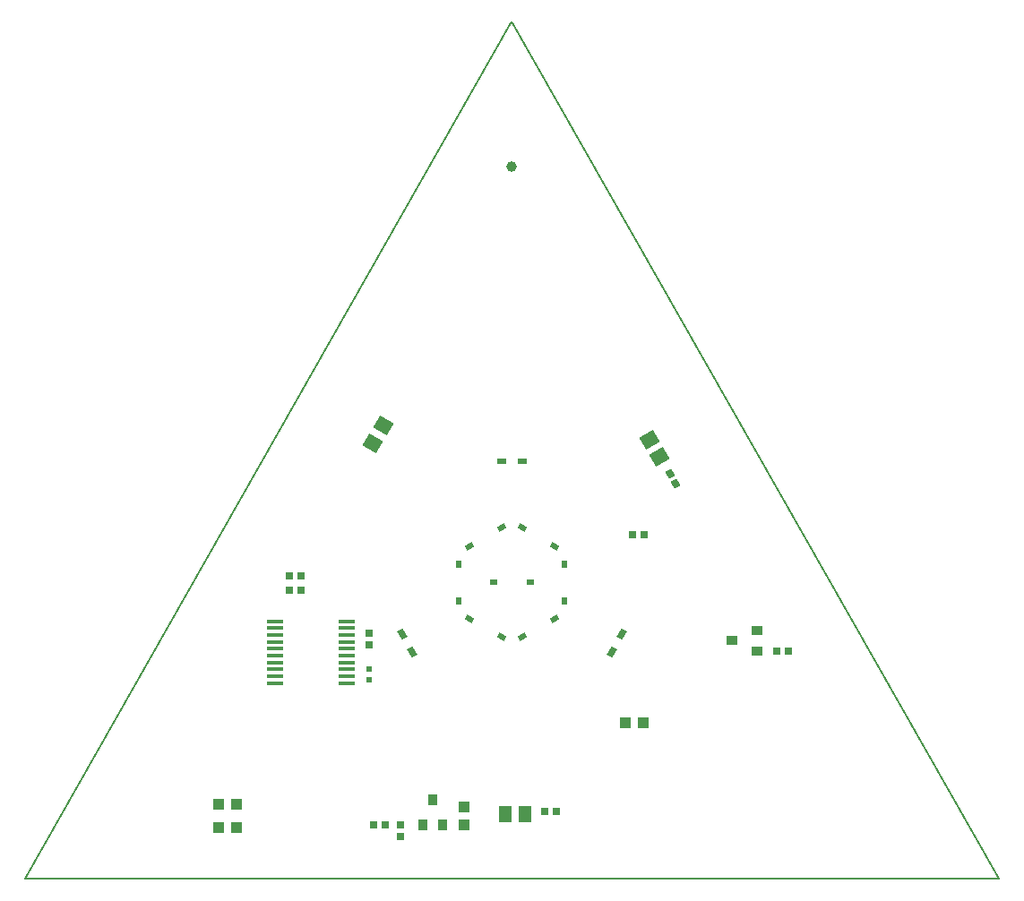
<source format=gbp>
%FSLAX25Y25*%
%MOIN*%
G70*
G01*
G75*
G04 Layer_Color=128*
%ADD10C,0.00700*%
%ADD11R,0.06299X0.02992*%
%ADD12R,0.07087X0.05512*%
%ADD13R,0.13386X0.07087*%
%ADD14R,0.01181X0.03347*%
%ADD15R,0.03937X0.03937*%
%ADD16R,0.02992X0.09449*%
%ADD17R,0.03937X0.04331*%
%ADD18R,0.05906X0.05118*%
%ADD19R,0.02362X0.01969*%
%ADD20O,0.07087X0.01181*%
%ADD21O,0.01181X0.07087*%
%ADD22R,0.04331X0.03937*%
G04:AMPARAMS|DCode=23|XSize=39.37mil|YSize=43.31mil|CornerRadius=0mil|HoleSize=0mil|Usage=FLASHONLY|Rotation=150.000|XOffset=0mil|YOffset=0mil|HoleType=Round|Shape=Rectangle|*
%AMROTATEDRECTD23*
4,1,4,0.02788,0.00891,0.00622,-0.02860,-0.02788,-0.00891,-0.00622,0.02860,0.02788,0.00891,0.0*
%
%ADD23ROTATEDRECTD23*%

%ADD24R,0.05118X0.05906*%
%ADD25R,0.02362X0.03543*%
%ADD26R,0.02559X0.02953*%
%ADD27R,0.02953X0.02559*%
%ADD28R,0.03937X0.03347*%
%ADD29R,0.03937X0.03347*%
%ADD30R,0.03347X0.03937*%
%ADD31R,0.03347X0.03937*%
%ADD32C,0.01000*%
%ADD33C,0.02000*%
%ADD34C,0.00600*%
%ADD35C,0.20000*%
%ADD36C,0.03937*%
%ADD37C,0.06000*%
%ADD38C,0.02598*%
%ADD39C,0.02000*%
%ADD40C,0.04000*%
%ADD41C,0.16500*%
%ADD42C,0.07201*%
%ADD43C,0.07150*%
%ADD44C,0.08000*%
G04:AMPARAMS|DCode=45|XSize=100mil|YSize=100mil|CornerRadius=0mil|HoleSize=0mil|Usage=FLASHONLY|Rotation=0.000|XOffset=0mil|YOffset=0mil|HoleType=Round|Shape=Relief|Width=10mil|Gap=10mil|Entries=4|*
%AMTHD45*
7,0,0,0.10000,0.08000,0.01000,45*
%
%ADD45THD45*%
%ADD46C,0.05299*%
%ADD47C,0.05000*%
G04:AMPARAMS|DCode=48|XSize=70mil|YSize=70mil|CornerRadius=0mil|HoleSize=0mil|Usage=FLASHONLY|Rotation=0.000|XOffset=0mil|YOffset=0mil|HoleType=Round|Shape=Relief|Width=10mil|Gap=10mil|Entries=4|*
%AMTHD48*
7,0,0,0.07000,0.05000,0.01000,45*
%
%ADD48THD48*%
G04:AMPARAMS|DCode=49|XSize=20.08mil|YSize=29.53mil|CornerRadius=0mil|HoleSize=0mil|Usage=FLASHONLY|Rotation=240.000|XOffset=0mil|YOffset=0mil|HoleType=Round|Shape=Rectangle|*
%AMROTATEDRECTD49*
4,1,4,-0.00777,0.01608,0.01781,0.00131,0.00777,-0.01608,-0.01781,-0.00131,-0.00777,0.01608,0.0*
%
%ADD49ROTATEDRECTD49*%

%ADD50R,0.06102X0.01772*%
G04:AMPARAMS|DCode=51|XSize=23.62mil|YSize=35.43mil|CornerRadius=0mil|HoleSize=0mil|Usage=FLASHONLY|Rotation=330.000|XOffset=0mil|YOffset=0mil|HoleType=Round|Shape=Rectangle|*
%AMROTATEDRECTD51*
4,1,4,-0.01909,-0.00944,-0.00137,0.02125,0.01909,0.00944,0.00137,-0.02125,-0.01909,-0.00944,0.0*
%
%ADD51ROTATEDRECTD51*%

G04:AMPARAMS|DCode=52|XSize=59.06mil|YSize=51.18mil|CornerRadius=0mil|HoleSize=0mil|Usage=FLASHONLY|Rotation=30.000|XOffset=0mil|YOffset=0mil|HoleType=Round|Shape=Rectangle|*
%AMROTATEDRECTD52*
4,1,4,-0.01278,-0.03693,-0.03837,0.00740,0.01278,0.03693,0.03837,-0.00740,-0.01278,-0.03693,0.0*
%
%ADD52ROTATEDRECTD52*%

G04:AMPARAMS|DCode=53|XSize=59.06mil|YSize=51.18mil|CornerRadius=0mil|HoleSize=0mil|Usage=FLASHONLY|Rotation=150.000|XOffset=0mil|YOffset=0mil|HoleType=Round|Shape=Rectangle|*
%AMROTATEDRECTD53*
4,1,4,0.03837,0.00740,0.01278,-0.03693,-0.03837,-0.00740,-0.01278,0.03693,0.03837,0.00740,0.0*
%
%ADD53ROTATEDRECTD53*%

%ADD54R,0.02953X0.02008*%
%ADD55R,0.03543X0.02362*%
G04:AMPARAMS|DCode=56|XSize=23.62mil|YSize=35.43mil|CornerRadius=0mil|HoleSize=0mil|Usage=FLASHONLY|Rotation=210.000|XOffset=0mil|YOffset=0mil|HoleType=Round|Shape=Rectangle|*
%AMROTATEDRECTD56*
4,1,4,0.00137,0.02125,0.01909,-0.00944,-0.00137,-0.02125,-0.01909,0.00944,0.00137,0.02125,0.0*
%
%ADD56ROTATEDRECTD56*%

%ADD57R,0.02008X0.02953*%
G04:AMPARAMS|DCode=58|XSize=20.08mil|YSize=29.53mil|CornerRadius=0mil|HoleSize=0mil|Usage=FLASHONLY|Rotation=300.000|XOffset=0mil|YOffset=0mil|HoleType=Round|Shape=Rectangle|*
%AMROTATEDRECTD58*
4,1,4,-0.01781,0.00131,0.00777,0.01608,0.01781,-0.00131,-0.00777,-0.01608,-0.01781,0.00131,0.0*
%
%ADD58ROTATEDRECTD58*%

G04:AMPARAMS|DCode=59|XSize=25.59mil|YSize=29.53mil|CornerRadius=0mil|HoleSize=0mil|Usage=FLASHONLY|Rotation=30.000|XOffset=0mil|YOffset=0mil|HoleType=Round|Shape=Rectangle|*
%AMROTATEDRECTD59*
4,1,4,-0.00370,-0.01918,-0.01846,0.00639,0.00370,0.01918,0.01846,-0.00639,-0.00370,-0.01918,0.0*
%
%ADD59ROTATEDRECTD59*%

G04:AMPARAMS|DCode=60|XSize=23.62mil|YSize=39.37mil|CornerRadius=0mil|HoleSize=0mil|Usage=FLASHONLY|Rotation=240.000|XOffset=0mil|YOffset=0mil|HoleType=Round|Shape=Rectangle|*
%AMROTATEDRECTD60*
4,1,4,-0.01114,0.02007,0.02295,0.00039,0.01114,-0.02007,-0.02295,-0.00039,-0.01114,0.02007,0.0*
%
%ADD60ROTATEDRECTD60*%

G04:AMPARAMS|DCode=61|XSize=23.62mil|YSize=39.37mil|CornerRadius=0mil|HoleSize=0mil|Usage=FLASHONLY|Rotation=300.000|XOffset=0mil|YOffset=0mil|HoleType=Round|Shape=Rectangle|*
%AMROTATEDRECTD61*
4,1,4,-0.02295,0.00039,0.01114,0.02007,0.02295,-0.00039,-0.01114,-0.02007,-0.02295,0.00039,0.0*
%
%ADD61ROTATEDRECTD61*%

%ADD62R,0.02362X0.03937*%
%ADD63R,0.02362X0.03740*%
%ADD64C,0.02362*%
%ADD65C,0.00984*%
%ADD66C,0.00787*%
%ADD67R,0.07099X0.03792*%
%ADD68R,0.07887X0.06312*%
%ADD69R,0.14186X0.07887*%
%ADD70R,0.01981X0.04147*%
%ADD71R,0.04737X0.04737*%
%ADD72R,0.03386X0.09843*%
%ADD73R,0.04737X0.05131*%
%ADD74R,0.06706X0.05918*%
%ADD75R,0.03162X0.02769*%
%ADD76O,0.07887X0.01981*%
%ADD77O,0.01981X0.07887*%
%ADD78R,0.05131X0.04737*%
G04:AMPARAMS|DCode=79|XSize=47.37mil|YSize=51.31mil|CornerRadius=0mil|HoleSize=0mil|Usage=FLASHONLY|Rotation=150.000|XOffset=0mil|YOffset=0mil|HoleType=Round|Shape=Rectangle|*
%AMROTATEDRECTD79*
4,1,4,0.03334,0.01037,0.00769,-0.03406,-0.03334,-0.01037,-0.00769,0.03406,0.03334,0.01037,0.0*
%
%ADD79ROTATEDRECTD79*%

%ADD80R,0.05918X0.06706*%
%ADD81R,0.03162X0.04343*%
%ADD82R,0.03359X0.03753*%
%ADD83R,0.03753X0.03359*%
%ADD84R,0.04737X0.04147*%
%ADD85R,0.04737X0.04147*%
%ADD86R,0.04147X0.04737*%
%ADD87R,0.04147X0.04737*%
%ADD88C,0.20300*%
%ADD89C,0.04331*%
%ADD90C,0.06800*%
%ADD91C,0.02800*%
G04:AMPARAMS|DCode=92|XSize=28.08mil|YSize=37.53mil|CornerRadius=0mil|HoleSize=0mil|Usage=FLASHONLY|Rotation=240.000|XOffset=0mil|YOffset=0mil|HoleType=Round|Shape=Rectangle|*
%AMROTATEDRECTD92*
4,1,4,-0.00923,0.02154,0.02327,0.00278,0.00923,-0.02154,-0.02327,-0.00278,-0.00923,0.02154,0.0*
%
%ADD92ROTATEDRECTD92*%

%ADD93C,0.04737*%
%ADD94R,0.06902X0.02572*%
G04:AMPARAMS|DCode=95|XSize=31.62mil|YSize=43.43mil|CornerRadius=0mil|HoleSize=0mil|Usage=FLASHONLY|Rotation=330.000|XOffset=0mil|YOffset=0mil|HoleType=Round|Shape=Rectangle|*
%AMROTATEDRECTD95*
4,1,4,-0.02455,-0.01090,-0.00283,0.02671,0.02455,0.01090,0.00283,-0.02671,-0.02455,-0.01090,0.0*
%
%ADD95ROTATEDRECTD95*%

G04:AMPARAMS|DCode=96|XSize=67.06mil|YSize=59.18mil|CornerRadius=0mil|HoleSize=0mil|Usage=FLASHONLY|Rotation=30.000|XOffset=0mil|YOffset=0mil|HoleType=Round|Shape=Rectangle|*
%AMROTATEDRECTD96*
4,1,4,-0.01424,-0.04239,-0.04383,0.00886,0.01424,0.04239,0.04383,-0.00886,-0.01424,-0.04239,0.0*
%
%ADD96ROTATEDRECTD96*%

G04:AMPARAMS|DCode=97|XSize=67.06mil|YSize=59.18mil|CornerRadius=0mil|HoleSize=0mil|Usage=FLASHONLY|Rotation=150.000|XOffset=0mil|YOffset=0mil|HoleType=Round|Shape=Rectangle|*
%AMROTATEDRECTD97*
4,1,4,0.04383,0.00886,0.01424,-0.04239,-0.04383,-0.00886,-0.01424,0.04239,0.04383,0.00886,0.0*
%
%ADD97ROTATEDRECTD97*%

%ADD98R,0.03753X0.02808*%
%ADD99R,0.04343X0.03162*%
G04:AMPARAMS|DCode=100|XSize=31.62mil|YSize=43.43mil|CornerRadius=0mil|HoleSize=0mil|Usage=FLASHONLY|Rotation=210.000|XOffset=0mil|YOffset=0mil|HoleType=Round|Shape=Rectangle|*
%AMROTATEDRECTD100*
4,1,4,0.00283,0.02671,0.02455,-0.01090,-0.00283,-0.02671,-0.02455,0.01090,0.00283,0.02671,0.0*
%
%ADD100ROTATEDRECTD100*%

%ADD101R,0.02808X0.03753*%
G04:AMPARAMS|DCode=102|XSize=28.08mil|YSize=37.53mil|CornerRadius=0mil|HoleSize=0mil|Usage=FLASHONLY|Rotation=300.000|XOffset=0mil|YOffset=0mil|HoleType=Round|Shape=Rectangle|*
%AMROTATEDRECTD102*
4,1,4,-0.02327,0.00278,0.00923,0.02154,0.02327,-0.00278,-0.00923,-0.02154,-0.02327,0.00278,0.0*
%
%ADD102ROTATEDRECTD102*%

G04:AMPARAMS|DCode=103|XSize=33.59mil|YSize=37.53mil|CornerRadius=0mil|HoleSize=0mil|Usage=FLASHONLY|Rotation=30.000|XOffset=0mil|YOffset=0mil|HoleType=Round|Shape=Rectangle|*
%AMROTATEDRECTD103*
4,1,4,-0.00516,-0.02465,-0.02393,0.00785,0.00516,0.02465,0.02393,-0.00785,-0.00516,-0.02465,0.0*
%
%ADD103ROTATEDRECTD103*%

%ADD104C,0.02800*%
G04:AMPARAMS|DCode=105|XSize=31.62mil|YSize=47.37mil|CornerRadius=0mil|HoleSize=0mil|Usage=FLASHONLY|Rotation=240.000|XOffset=0mil|YOffset=0mil|HoleType=Round|Shape=Rectangle|*
%AMROTATEDRECTD105*
4,1,4,-0.01261,0.02554,0.02842,0.00185,0.01261,-0.02554,-0.02842,-0.00185,-0.01261,0.02554,0.0*
%
%ADD105ROTATEDRECTD105*%

G04:AMPARAMS|DCode=106|XSize=31.62mil|YSize=47.37mil|CornerRadius=0mil|HoleSize=0mil|Usage=FLASHONLY|Rotation=300.000|XOffset=0mil|YOffset=0mil|HoleType=Round|Shape=Rectangle|*
%AMROTATEDRECTD106*
4,1,4,-0.02842,0.00185,0.01261,0.02554,0.02842,-0.00185,-0.01261,-0.02554,-0.02842,0.00185,0.0*
%
%ADD106ROTATEDRECTD106*%

%ADD107R,0.03162X0.04737*%
%ADD108R,0.03162X0.04540*%
%ADD109C,0.03398*%
D17*
X-17717Y-83465D02*
D03*
Y-90158D02*
D03*
D19*
X-53150Y-36220D02*
D03*
Y-32283D02*
D03*
D22*
X42252Y-52063D02*
D03*
X48945Y-52063D02*
D03*
X-109055Y-91177D02*
D03*
X-102362Y-91177D02*
D03*
X-109055Y-82677D02*
D03*
X-102362Y-82677D02*
D03*
D24*
X4878Y-86126D02*
D03*
X-2602D02*
D03*
D26*
X-53150Y-18701D02*
D03*
X-53150Y-23031D02*
D03*
X-41339Y-94488D02*
D03*
X-41339Y-90158D02*
D03*
D27*
X12205Y-85039D02*
D03*
X16535D02*
D03*
X-51575Y-90158D02*
D03*
X-47244Y-90158D02*
D03*
X49213Y17717D02*
D03*
X44882Y17717D02*
D03*
X102756Y-25394D02*
D03*
X98425Y-25394D02*
D03*
X-78543Y-2756D02*
D03*
X-82874Y-2756D02*
D03*
X-78543Y2362D02*
D03*
X-82874Y2362D02*
D03*
D28*
X91339Y-17913D02*
D03*
X81890Y-21654D02*
D03*
D29*
X91339Y-25394D02*
D03*
D30*
X-29528Y-80709D02*
D03*
X-25787Y-90158D02*
D03*
D31*
X-33268Y-90158D02*
D03*
D34*
X0Y208661D02*
X181102Y-110236D01*
X-181102D02*
X0Y208661D01*
X-181102Y-110236D02*
X181102D01*
D36*
X0Y154724D02*
D03*
D49*
X-15724Y-13533D02*
D03*
X-3961Y-20325D02*
D03*
X3961Y20325D02*
D03*
X15724Y13533D02*
D03*
D50*
X-88189Y-37402D02*
D03*
X-88189Y-34843D02*
D03*
Y-32283D02*
D03*
X-88189Y-29724D02*
D03*
X-88189Y-27165D02*
D03*
Y-24606D02*
D03*
X-88189Y-22047D02*
D03*
X-88189Y-19488D02*
D03*
Y-16929D02*
D03*
Y-14370D02*
D03*
X-61417Y-37402D02*
D03*
X-61417Y-34843D02*
D03*
Y-32283D02*
D03*
Y-29724D02*
D03*
X-61417Y-27165D02*
D03*
X-61417Y-24606D02*
D03*
X-61417Y-22047D02*
D03*
Y-19488D02*
D03*
X-61417Y-16929D02*
D03*
X-61417Y-14370D02*
D03*
D51*
X37031Y-25910D02*
D03*
X40968Y-19090D02*
D03*
D52*
X54842Y46667D02*
D03*
X51102Y53145D02*
D03*
D53*
X-47925Y58439D02*
D03*
X-51665Y51961D02*
D03*
D54*
X6890Y0D02*
D03*
X-6693D02*
D03*
D55*
X3937Y45000D02*
D03*
X-3937Y45000D02*
D03*
D56*
X-40968Y-19091D02*
D03*
X-37031Y-25910D02*
D03*
D57*
X19685Y6791D02*
D03*
Y-6791D02*
D03*
X-19685Y6791D02*
D03*
Y-6791D02*
D03*
D58*
X-15724Y13533D02*
D03*
X-3961Y20325D02*
D03*
X15724Y-13533D02*
D03*
X3961Y-20325D02*
D03*
D59*
X58760Y40458D02*
D03*
X60925Y36707D02*
D03*
M02*

</source>
